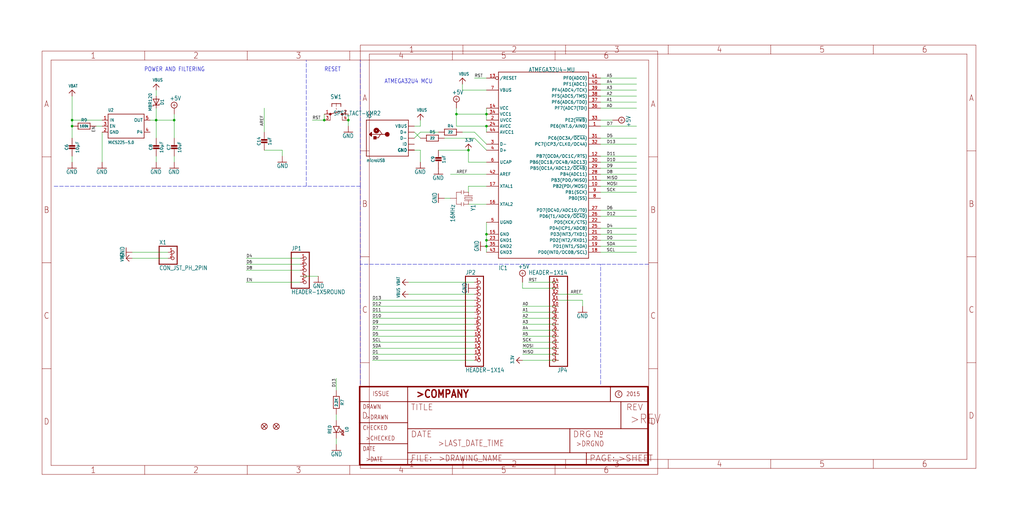
<source format=kicad_sch>
(kicad_sch (version 20211123) (generator eeschema)
  (paper "User" 433.07 220.421)
  (lib_symbols
    (symbol "schematicEagle-eagle-import:+5V" (power)
      (property "Value" "+5V" (at -1.905 3.175 0))
      (symbol "+5V_1_0"
        (pin power_in line (at 0 -2.54 90) (length 2.54) (name "+5V") (number "1"))
      )
    )
    (symbol "schematicEagle-eagle-import:3.3V" (power)
      (property "Value" "3.3V" (at -1.524 1.016 0))
      (symbol "3.3V_1_0"
        (pin power_in line (at 0 -2.54 90) (length 2.54) (name "3.3V") (number "1"))
      )
    )
    (symbol "schematicEagle-eagle-import:ATMEGA32U4-MU"
      (property "Reference" "IC" (at -17.78 -38.1 0))
      (property "Value" "ATMEGA32U4-MU" (at -5.08 45.72 0))
      (symbol "ATMEGA32U4-MU_1_0"
        (pin bidirectional line (at 25.4 22.86 180) (length 5.08) (name "PE6(INT.6/AIN0)") (number "1"))
        (pin bidirectional line (at 25.4 -2.54 180) (length 5.08) (name "PB2(PDI/MOSI)") (number "10"))
        (pin bidirectional line (at 25.4 0 180) (length 5.08) (name "PB3(PDO/MISO)") (number "11"))
        (pin bidirectional line (at 25.4 10.16 180) (length 5.08) (name "PB7(OC0A/OC1C/RTS)") (number "12"))
        (pin bidirectional inverted (at -22.86 43.18 0) (length 5.08) (name "/RESET") (number "13"))
        (pin bidirectional line (at -22.86 30.48 0) (length 5.08) (name "VCC") (number "14"))
        (pin bidirectional line (at -22.86 -22.86 0) (length 5.08) (name "GND") (number "15"))
        (pin bidirectional line (at -22.86 -10.16 0) (length 5.08) (name "XTAL2") (number "16"))
        (pin bidirectional line (at -22.86 -2.54 0) (length 5.08) (name "XTAL1") (number "17"))
        (pin bidirectional line (at 25.4 -30.48 180) (length 5.08) (name "PD0(INT0/OC0B/SCL)") (number "18"))
        (pin bidirectional line (at 25.4 -27.94 180) (length 5.08) (name "PD1(INT1/SDA)") (number "19"))
        (pin bidirectional line (at -22.86 25.4 0) (length 5.08) (name "UVCC") (number "2"))
        (pin bidirectional line (at 25.4 -25.4 180) (length 5.08) (name "PD2(INT2/RXD1)") (number "20"))
        (pin bidirectional line (at 25.4 -22.86 180) (length 5.08) (name "PD3(INT3/TXD1)") (number "21"))
        (pin bidirectional line (at 25.4 -17.78 180) (length 5.08) (name "PD5(XCK/CTS)") (number "22"))
        (pin bidirectional line (at -22.86 -25.4 0) (length 5.08) (name "GND1") (number "23"))
        (pin bidirectional line (at -22.86 22.86 0) (length 5.08) (name "AVCC") (number "24"))
        (pin bidirectional line (at 25.4 -20.32 180) (length 5.08) (name "PD4(ICP1/ADC8)") (number "25"))
        (pin bidirectional line (at 25.4 -15.24 180) (length 5.08) (name "PD6(T1/ADC9/~{OC4D})") (number "26"))
        (pin bidirectional line (at 25.4 -12.7 180) (length 5.08) (name "PD7(OC4D/ADC10/T0)") (number "27"))
        (pin bidirectional line (at 25.4 2.54 180) (length 5.08) (name "PB4(ADC11)") (number "28"))
        (pin bidirectional line (at 25.4 5.08 180) (length 5.08) (name "PB5(OC1A/ADC12/~{OC4B})") (number "29"))
        (pin bidirectional line (at -22.86 15.24 0) (length 5.08) (name "D-") (number "3"))
        (pin bidirectional line (at 25.4 7.62 180) (length 5.08) (name "PB6(OC1B/OC4B/ADC13)") (number "30"))
        (pin bidirectional line (at 25.4 17.78 180) (length 5.08) (name "PC6(OC3A/~{OC4A})") (number "31"))
        (pin bidirectional line (at 25.4 15.24 180) (length 5.08) (name "PC7(ICP3/CLK0/OC4A)") (number "32"))
        (pin bidirectional line (at 25.4 25.4 180) (length 5.08) (name "PE2(~{HWB})") (number "33"))
        (pin bidirectional line (at -22.86 27.94 0) (length 5.08) (name "VCC1") (number "34"))
        (pin bidirectional line (at -22.86 -27.94 0) (length 5.08) (name "GND2") (number "35"))
        (pin bidirectional line (at 25.4 30.48 180) (length 5.08) (name "PF7(ADC7(TDI)") (number "36"))
        (pin bidirectional line (at 25.4 33.02 180) (length 5.08) (name "PF6(ADC6/TDO)") (number "37"))
        (pin bidirectional line (at 25.4 35.56 180) (length 5.08) (name "PF5(ADC5/TMS)") (number "38"))
        (pin bidirectional line (at 25.4 38.1 180) (length 5.08) (name "PF4(ADC4/TCK)") (number "39"))
        (pin bidirectional line (at -22.86 12.7 0) (length 5.08) (name "D+") (number "4"))
        (pin bidirectional line (at 25.4 40.64 180) (length 5.08) (name "PF1(ADC1)") (number "40"))
        (pin bidirectional line (at 25.4 43.18 180) (length 5.08) (name "PF0(ADC0)") (number "41"))
        (pin bidirectional line (at -22.86 2.54 0) (length 5.08) (name "AREF") (number "42"))
        (pin bidirectional line (at -22.86 -30.48 0) (length 5.08) (name "GND3") (number "43"))
        (pin bidirectional line (at -22.86 20.32 0) (length 5.08) (name "AVCC1") (number "44"))
        (pin bidirectional line (at -22.86 -17.78 0) (length 5.08) (name "UGND") (number "5"))
        (pin bidirectional line (at -22.86 7.62 0) (length 5.08) (name "UCAP") (number "6"))
        (pin bidirectional line (at -22.86 38.1 0) (length 5.08) (name "VBUS") (number "7"))
        (pin bidirectional line (at 25.4 -7.62 180) (length 5.08) (name "PB0(SS)") (number "8"))
        (pin bidirectional line (at 25.4 -5.08 180) (length 5.08) (name "PB1(SCK)") (number "9"))
      )
    )
    (symbol "schematicEagle-eagle-import:CAP_CERAMIC0603_NO"
      (property "Reference" "C" (at -2.29 1.25 90))
      (property "Value" "CAP_CERAMIC0603_NO" (at 2.3 1.25 90))
      (symbol "CAP_CERAMIC0603_NO_1_0"
        (pin passive line (at 0 5.08 270) (length 2.54) (name "1") (number "1"))
        (pin passive line (at 0 -2.54 90) (length 2.54) (name "2") (number "2"))
      )
    )
    (symbol "schematicEagle-eagle-import:CAP_CERAMIC0805-NOOUTLINE"
      (property "Reference" "C" (at -2.29 1.25 90))
      (property "Value" "CAP_CERAMIC0805-NOOUTLINE" (at 2.3 1.25 90))
      (symbol "CAP_CERAMIC0805-NOOUTLINE_1_0"
        (pin passive line (at 0 5.08 270) (length 2.54) (name "1") (number "1"))
        (pin passive line (at 0 -2.54 90) (length 2.54) (name "2") (number "2"))
      )
    )
    (symbol "schematicEagle-eagle-import:CON_JST_PH_2PIN"
      (property "Reference" "X" (at -6.35 5.715 0))
      (property "Value" "CON_JST_PH_2PIN" (at -6.35 -5.08 0))
      (symbol "CON_JST_PH_2PIN_1_0"
        (pin passive inverted (at -2.54 2.54 0) (length 2.54) (name "1") (number "1"))
        (pin passive inverted (at -2.54 0 0) (length 2.54) (name "2") (number "2"))
      )
    )
    (symbol "schematicEagle-eagle-import:DIODE-SCHOTTKYSOD-123"
      (property "Reference" "D" (at 0 2.54 0))
      (property "Value" "DIODE-SCHOTTKYSOD-123" (at 0 -2.5 0))
      (symbol "DIODE-SCHOTTKYSOD-123_1_0"
        (pin passive line (at -2.54 0 0) (length 2.54) (name "A") (number "A"))
        (pin passive line (at 2.54 0 180) (length 2.54) (name "C") (number "C"))
      )
    )
    (symbol "schematicEagle-eagle-import:FIDUCIAL{dblquote}{dblquote}")
    (symbol "schematicEagle-eagle-import:FRAME_A4"
      (symbol "FRAME_A4_0_0"
        (text "1" (at 21.6958 1.905 0) (effects (font (size 2.54 2.286))))
        (text "1" (at 21.6958 177.165 0) (effects (font (size 2.54 2.286))))
        (text "2" (at 65.0875 1.905 0) (effects (font (size 2.54 2.286))))
        (text "2" (at 65.0875 177.165 0) (effects (font (size 2.54 2.286))))
        (text "3" (at 108.4792 1.905 0) (effects (font (size 2.54 2.286))))
        (text "3" (at 108.4792 177.165 0) (effects (font (size 2.54 2.286))))
        (text "4" (at 151.8708 1.905 0) (effects (font (size 2.54 2.286))))
        (text "4" (at 151.8708 177.165 0) (effects (font (size 2.54 2.286))))
        (text "5" (at 195.2625 1.905 0) (effects (font (size 2.54 2.286))))
        (text "5" (at 195.2625 177.165 0) (effects (font (size 2.54 2.286))))
        (text "6" (at 238.6542 1.905 0) (effects (font (size 2.54 2.286))))
        (text "6" (at 238.6542 177.165 0) (effects (font (size 2.54 2.286))))
        (text "A" (at 1.905 156.6863 0) (effects (font (size 2.54 2.286))))
        (text "A" (at 258.445 156.6863 0) (effects (font (size 2.54 2.286))))
        (text "B" (at 1.905 111.9188 0) (effects (font (size 2.54 2.286))))
        (text "B" (at 258.445 111.9188 0) (effects (font (size 2.54 2.286))))
        (text "C" (at 1.905 67.1513 0) (effects (font (size 2.54 2.286))))
        (text "C" (at 258.445 67.1513 0) (effects (font (size 2.54 2.286))))
        (text "D" (at 1.905 22.3838 0) (effects (font (size 2.54 2.286))))
        (text "D" (at 258.445 22.3838 0) (effects (font (size 2.54 2.286))))
      )
      (symbol "FRAME_A4_2_0"
        (text "2015" (at 112.4077 30.4673 0) (effects (font (size 1.778 1.5113)) (justify left bottom)))
        (text ">CHECKED" (at 2.2352 11.7348 0) (effects (font (size 1.778 1.5113)) (justify left bottom)))
        (text ">COMPANY" (at 23.349 29.6735 0) (effects (font (size 3.175 2.6987) (thickness 0.5397) bold) (justify left bottom)))
        (text ">DATE" (at 2.2352 2.8448 0) (effects (font (size 1.778 1.5113)) (justify left bottom)))
        (text ">DRAWING_NAME" (at 33.0327 2.8448 0) (effects (font (size 2.54 2.159)) (justify left bottom)))
        (text ">DRAWN" (at 2.2352 20.6248 0) (effects (font (size 1.778 1.5113)) (justify left bottom)))
        (text ">DRGNO" (at 91.1352 9.1948 0) (effects (font (size 2.1844 1.8567)) (justify left bottom)))
        (text ">LAST_DATE_TIME" (at 32.7152 9.1948 0) (effects (font (size 2.54 2.159)) (justify left bottom)))
        (text ">REV" (at 113.9952 18.7198 0) (effects (font (size 3.81 3.2385)) (justify left bottom)))
        (text ">SHEET" (at 108.9152 2.8448 0) (effects (font (size 2.54 2.54)) (justify left bottom)))
        (text "C" (at 108.7564 30.7848 0) (effects (font (size 1.27 1.0795)) (justify left bottom)))
        (text "CHECKED" (at 0.9652 16.1798 0) (effects (font (size 1.778 1.5113)) (justify left bottom)))
        (text "DATE" (at 0.9652 7.2898 0) (effects (font (size 1.778 1.5113)) (justify left bottom)))
        (text "DATE" (at 21.2852 13.0048 0) (effects (font (size 2.54 2.54)) (justify left bottom)))
        (text "DRAWN" (at 0.9652 25.0698 0) (effects (font (size 1.778 1.5113)) (justify left bottom)))
        (text "DRG" (at 89.8652 13.0048 0) (effects (font (size 2.54 2.54)) (justify left bottom)))
        (text "FILE:" (at 21.2852 2.8448 0) (effects (font (size 2.54 2.54)) (justify left bottom)))
        (text "ISSUE" (at 5.0927 30.4673 0) (effects (font (size 1.9304 1.6408)) (justify left bottom)))
        (text "N" (at 98.4377 13.0048 0) (effects (font (size 2.54 2.54)) (justify left bottom)))
        (text "o" (at 100.9777 13.9573 0) (effects (font (size 2.1844 1.8567)) (justify left bottom)))
        (text "PAGE:" (at 96.8502 2.8448 0) (effects (font (size 2.54 2.54)) (justify left bottom)))
        (text "REV" (at 112.4077 24.4348 0) (effects (font (size 2.54 2.54)) (justify left bottom)))
        (text "TITLE" (at 21.2852 24.4348 0) (effects (font (size 2.54 2.54)) (justify left bottom)))
      )
    )
    (symbol "schematicEagle-eagle-import:GND" (power)
      (property "Value" "GND" (at -2.54 -2.54 0))
      (symbol "GND_1_0"
        (pin power_in line (at 0 2.54 270) (length 2.54) (name "GND") (number "1"))
      )
    )
    (symbol "schematicEagle-eagle-import:HEADER-1X14"
      (property "Reference" "JP" (at -6.35 20.955 0))
      (property "Value" "HEADER-1X14" (at -6.35 -20.32 0))
      (symbol "HEADER-1X14_1_0"
        (pin passive inverted (at -2.54 17.78 0) (length 2.54) (name "1") (number "1"))
        (pin passive inverted (at -2.54 -5.08 0) (length 2.54) (name "10") (number "10"))
        (pin passive inverted (at -2.54 -7.62 0) (length 2.54) (name "11") (number "11"))
        (pin passive inverted (at -2.54 -10.16 0) (length 2.54) (name "12") (number "12"))
        (pin passive inverted (at -2.54 -12.7 0) (length 2.54) (name "13") (number "13"))
        (pin passive inverted (at -2.54 -15.24 0) (length 2.54) (name "14") (number "14"))
        (pin passive inverted (at -2.54 15.24 0) (length 2.54) (name "2") (number "2"))
        (pin passive inverted (at -2.54 12.7 0) (length 2.54) (name "3") (number "3"))
        (pin passive inverted (at -2.54 10.16 0) (length 2.54) (name "4") (number "4"))
        (pin passive inverted (at -2.54 7.62 0) (length 2.54) (name "5") (number "5"))
        (pin passive inverted (at -2.54 5.08 0) (length 2.54) (name "6") (number "6"))
        (pin passive inverted (at -2.54 2.54 0) (length 2.54) (name "7") (number "7"))
        (pin passive inverted (at -2.54 0 0) (length 2.54) (name "8") (number "8"))
        (pin passive inverted (at -2.54 -2.54 0) (length 2.54) (name "9") (number "9"))
      )
    )
    (symbol "schematicEagle-eagle-import:HEADER-1X5ROUND"
      (property "Reference" "JP" (at -6.35 8.255 0))
      (property "Value" "HEADER-1X5ROUND" (at -6.35 -10.16 0))
      (symbol "HEADER-1X5ROUND_1_0"
        (pin passive inverted (at -2.54 5.08 0) (length 2.54) (name "1") (number "1"))
        (pin passive inverted (at -2.54 2.54 0) (length 2.54) (name "2") (number "2"))
        (pin passive inverted (at -2.54 0 0) (length 2.54) (name "3") (number "3"))
        (pin passive inverted (at -2.54 -2.54 0) (length 2.54) (name "4") (number "4"))
        (pin passive inverted (at -2.54 -5.08 0) (length 2.54) (name "5") (number "5"))
      )
    )
    (symbol "schematicEagle-eagle-import:LED0805_NOOUTLINE"
      (property "Reference" "D" (at -1.27 4.445 0))
      (property "Value" "LED0805_NOOUTLINE" (at -1.27 -2.794 0))
      (symbol "LED0805_NOOUTLINE_1_0"
        (pin passive line (at -5.08 0 0) (length 2.54) (name "A") (number "A"))
        (pin passive line (at 2.54 0 180) (length 2.54) (name "C") (number "C"))
      )
    )
    (symbol "schematicEagle-eagle-import:RESISTOR_0603_NOOUT"
      (property "Reference" "R" (at 0 2.54 0))
      (property "Value" "RESISTOR_0603_NOOUT" (at 0 0 0))
      (symbol "RESISTOR_0603_NOOUT_1_0"
        (pin passive line (at -5.08 0 0) (length 2.54) (name "1") (number "1"))
        (pin passive line (at 5.08 0 180) (length 2.54) (name "2") (number "2"))
      )
    )
    (symbol "schematicEagle-eagle-import:RESONATORSMD"
      (property "Reference" "Y" (at 2.54 1.016 0))
      (property "Value" "RESONATORSMD" (at 2.54 -7.62 0))
      (symbol "RESONATORSMD_1_0"
        (pin passive line (at -2.54 0 0) (length 0) (name "1") (number "1"))
        (pin passive line (at 0 -7.62 90) (length 0) (name "2") (number "2"))
        (pin passive line (at 2.54 0 180) (length 0) (name "3") (number "3"))
      )
    )
    (symbol "schematicEagle-eagle-import:SPST_TACT-KMR2"
      (property "Reference" "SW" (at -6.35 -2.54 90))
      (property "Value" "SPST_TACT-KMR2" (at -3.81 3.175 90))
      (symbol "SPST_TACT-KMR2_1_0"
        (pin passive line (at 0 -5.08 90) (length 2.54) (name "P") (number "1"))
        (pin passive line (at 0 5.08 270) (length 2.54) (name "S") (number "2"))
        (pin passive line (at 2.54 -5.08 90) (length 2.54) (name "P1") (number "3"))
        (pin passive line (at 2.54 5.08 270) (length 2.54) (name "S1") (number "4"))
      )
    )
    (symbol "schematicEagle-eagle-import:USB_MICRO_20329_V2"
      (property "Reference" "X" (at -10.16 8.636 0))
      (property "Value" "USB_MICRO_20329_V2" (at -10.16 -10.16 0))
      (symbol "USB_MICRO_20329_V2_1_0"
        (pin power_in line (at 10.16 -5.08 180) (length 2.54) (name "GND") (number "BASE@1"))
        (pin power_in line (at 10.16 -5.08 180) (length 2.54) (name "GND") (number "BASE@2"))
        (pin bidirectional line (at 10.16 2.54 180) (length 2.54) (name "D+") (number "D+"))
        (pin bidirectional line (at 10.16 0 180) (length 2.54) (name "D-") (number "D-"))
        (pin power_in line (at 10.16 -5.08 180) (length 2.54) (name "GND") (number "GND"))
        (pin bidirectional line (at 10.16 -2.54 180) (length 2.54) (name "ID") (number "ID"))
        (pin power_in line (at 10.16 -5.08 180) (length 2.54) (name "GND") (number "SPRT@1"))
        (pin power_in line (at 10.16 -5.08 180) (length 2.54) (name "GND") (number "SPRT@2"))
        (pin power_in line (at 10.16 -5.08 180) (length 2.54) (name "GND") (number "SPRT@3"))
        (pin power_in line (at 10.16 -5.08 180) (length 2.54) (name "GND") (number "SPRT@4"))
        (pin power_in line (at 10.16 5.08 180) (length 2.54) (name "VBUS") (number "VBUS"))
      )
    )
    (symbol "schematicEagle-eagle-import:VBAT" (power)
      (property "Value" "VBAT" (at -1.524 1.016 0))
      (symbol "VBAT_1_0"
        (pin power_in line (at 0 -2.54 90) (length 2.54) (name "VBAT") (number "1"))
      )
    )
    (symbol "schematicEagle-eagle-import:VBUS" (power)
      (property "Value" "VBUS" (at -1.524 1.016 0))
      (symbol "VBUS_1_0"
        (pin power_in line (at 0 -2.54 90) (length 2.54) (name "VBUS") (number "1"))
      )
    )
    (symbol "schematicEagle-eagle-import:VREG_SOT23-5"
      (property "Reference" "U" (at -7.62 6.096 0))
      (property "Value" "VREG_SOT23-5" (at -7.62 -7.62 0))
      (symbol "VREG_SOT23-5_1_0"
        (pin power_in line (at -10.16 2.54 0) (length 2.54) (name "IN") (number "1"))
        (pin power_in line (at -10.16 -2.54 0) (length 2.54) (name "GND") (number "2"))
        (pin input line (at -10.16 0 0) (length 2.54) (name "EN") (number "3"))
        (pin bidirectional line (at 10.16 -2.54 180) (length 2.54) (name "P4") (number "4"))
        (pin power_in line (at 10.16 2.54 180) (length 2.54) (name "OUT") (number "5"))
      )
    )
  )
  (junction (at 205.74 53.34))
  (junction (at 147.32 50.8))
  (junction (at 205.74 104.14))
  (junction (at 205.74 101.6))
  (junction (at 30.48 53.34))
  (junction (at 66.04 50.8))
  (junction (at 73.66 50.8))
  (junction (at 193.04 48.26))
  (junction (at 137.16 50.8))
  (junction (at 198.12 63.5))
  (junction (at 205.74 99.06))
  (junction (at 205.74 48.26))
  (junction (at 30.48 50.8))
  (wire (pts (xy 200.66 152.4) (xy 157.48 152.4)))
  (wire (pts (xy 205.74 99.06) (xy 205.74 101.6)))
  (wire (pts (xy 254 58.42) (xy 269.24 58.42)))
  (wire (pts (xy 246.38 127) (xy 246.38 129.54)))
  (wire (pts (xy 236.22 127) (xy 246.38 127)))
  (wire (pts (xy 193.04 48.26) (xy 193.04 45.72)))
  (wire (pts (xy 66.04 45.72) (xy 66.04 50.8)))
  (wire (pts (xy 220.98 121.92) (xy 236.22 121.92)))
  (polyline (pts (xy 152.4 111.76) (xy 152.4 78.74)))
  (wire (pts (xy 30.48 53.34) (xy 30.48 58.42)))
  (wire (pts (xy 254 50.8) (xy 259.08 50.8)))
  (wire (pts (xy 157.48 142.24) (xy 200.66 142.24)))
  (wire (pts (xy 205.74 48.26) (xy 205.74 45.72)))
  (wire (pts (xy 175.26 55.88) (xy 177.8 58.42)))
  (wire (pts (xy 190.5 73.66) (xy 205.74 73.66)))
  (wire (pts (xy 66.04 58.42) (xy 66.04 50.8)))
  (wire (pts (xy 157.48 129.54) (xy 200.66 129.54)))
  (wire (pts (xy 254 33.02) (xy 269.24 33.02)))
  (wire (pts (xy 205.74 38.1) (xy 195.58 38.1)))
  (wire (pts (xy 63.5 50.8) (xy 66.04 50.8)))
  (wire (pts (xy 172.72 119.38) (xy 200.66 119.38)))
  (wire (pts (xy 236.22 124.46) (xy 246.38 124.46)))
  (wire (pts (xy 254 53.34) (xy 269.24 53.34)))
  (wire (pts (xy 205.74 104.14) (xy 205.74 106.68)))
  (polyline (pts (xy 254 111.76) (xy 152.4 111.76)))
  (wire (pts (xy 147.32 48.26) (xy 147.32 50.8)))
  (wire (pts (xy 30.48 66.04) (xy 30.48 68.58)))
  (wire (pts (xy 254 96.52) (xy 269.24 96.52)))
  (wire (pts (xy 198.12 86.36) (xy 205.74 86.36)))
  (wire (pts (xy 142.24 165.1) (xy 142.24 160.02)))
  (wire (pts (xy 254 78.74) (xy 269.24 78.74)))
  (wire (pts (xy 175.26 58.42) (xy 177.8 55.88)))
  (wire (pts (xy 73.66 66.04) (xy 73.66 68.58)))
  (wire (pts (xy 55.88 109.22) (xy 71.12 109.22)))
  (wire (pts (xy 205.74 48.26) (xy 205.74 50.8)))
  (wire (pts (xy 71.12 106.68) (xy 55.88 106.68)))
  (wire (pts (xy 30.48 50.8) (xy 30.48 40.64)))
  (wire (pts (xy 157.48 147.32) (xy 200.66 147.32)))
  (wire (pts (xy 254 66.04) (xy 269.24 66.04)))
  (wire (pts (xy 236.22 144.78) (xy 220.98 144.78)))
  (wire (pts (xy 200.66 58.42) (xy 205.74 63.5)))
  (wire (pts (xy 198.12 78.74) (xy 198.12 81.28)))
  (wire (pts (xy 220.98 132.08) (xy 236.22 132.08)))
  (wire (pts (xy 220.98 149.86) (xy 236.22 149.86)))
  (wire (pts (xy 220.98 142.24) (xy 236.22 142.24)))
  (wire (pts (xy 254 71.12) (xy 269.24 71.12)))
  (wire (pts (xy 147.32 53.34) (xy 147.32 50.8)))
  (polyline (pts (xy 129.54 78.74) (xy 129.54 25.4)))
  (wire (pts (xy 134.62 116.84) (xy 127 116.84)))
  (wire (pts (xy 157.48 149.86) (xy 200.66 149.86)))
  (wire (pts (xy 142.24 175.26) (xy 142.24 177.8)))
  (wire (pts (xy 200.66 127) (xy 157.48 127)))
  (wire (pts (xy 127 114.3) (xy 104.14 114.3)))
  (polyline (pts (xy 152.4 78.74) (xy 129.54 78.74)))
  (wire (pts (xy 254 45.72) (xy 269.24 45.72)))
  (wire (pts (xy 127 109.22) (xy 104.14 109.22)))
  (wire (pts (xy 119.38 63.5) (xy 119.38 66.04)))
  (wire (pts (xy 254 68.58) (xy 269.24 68.58)))
  (wire (pts (xy 205.74 101.6) (xy 205.74 104.14)))
  (wire (pts (xy 43.18 50.8) (xy 30.48 50.8)))
  (wire (pts (xy 205.74 68.58) (xy 198.12 68.58)))
  (wire (pts (xy 236.22 134.62) (xy 220.98 134.62)))
  (wire (pts (xy 195.58 38.1) (xy 195.58 35.56)))
  (wire (pts (xy 254 35.56) (xy 269.24 35.56)))
  (wire (pts (xy 195.58 55.88) (xy 200.66 55.88)))
  (wire (pts (xy 254 43.18) (xy 269.24 43.18)))
  (wire (pts (xy 66.04 50.8) (xy 73.66 50.8)))
  (polyline (pts (xy 22.86 78.74) (xy 129.54 78.74)))
  (wire (pts (xy 254 81.28) (xy 269.24 81.28)))
  (wire (pts (xy 187.96 83.82) (xy 190.5 83.82)))
  (wire (pts (xy 254 40.64) (xy 269.24 40.64)))
  (wire (pts (xy 200.66 55.88) (xy 205.74 60.96)))
  (wire (pts (xy 220.98 119.38) (xy 220.98 121.92)))
  (wire (pts (xy 236.22 139.7) (xy 220.98 139.7)))
  (polyline (pts (xy 152.4 162.56) (xy 152.4 111.76)))
  (wire (pts (xy 198.12 63.5) (xy 185.42 63.5)))
  (wire (pts (xy 254 60.96) (xy 269.24 60.96)))
  (wire (pts (xy 127 119.38) (xy 104.14 119.38)))
  (wire (pts (xy 66.04 66.04) (xy 66.04 68.58)))
  (wire (pts (xy 236.22 147.32) (xy 220.98 147.32)))
  (wire (pts (xy 111.76 55.88) (xy 111.76 45.72)))
  (wire (pts (xy 157.48 139.7) (xy 200.66 139.7)))
  (polyline (pts (xy 152.4 78.74) (xy 152.4 25.4)))
  (wire (pts (xy 142.24 185.42) (xy 142.24 187.96)))
  (wire (pts (xy 254 88.9) (xy 269.24 88.9)))
  (wire (pts (xy 200.66 144.78) (xy 157.48 144.78)))
  (wire (pts (xy 254 76.2) (xy 269.24 76.2)))
  (wire (pts (xy 193.04 48.26) (xy 205.74 48.26)))
  (wire (pts (xy 43.18 55.88) (xy 43.18 68.58)))
  (wire (pts (xy 254 91.44) (xy 269.24 91.44)))
  (wire (pts (xy 236.22 129.54) (xy 220.98 129.54)))
  (wire (pts (xy 205.74 53.34) (xy 193.04 53.34)))
  (wire (pts (xy 254 99.06) (xy 269.24 99.06)))
  (wire (pts (xy 254 104.14) (xy 269.24 104.14)))
  (wire (pts (xy 132.08 50.8) (xy 137.16 50.8)))
  (wire (pts (xy 73.66 50.8) (xy 73.66 48.26)))
  (wire (pts (xy 236.22 152.4) (xy 220.98 152.4)))
  (wire (pts (xy 137.16 50.8) (xy 137.16 48.26)))
  (wire (pts (xy 177.8 63.5) (xy 177.8 68.58)))
  (wire (pts (xy 236.22 119.38) (xy 223.52 119.38)))
  (wire (pts (xy 193.04 53.34) (xy 193.04 48.26)))
  (wire (pts (xy 157.48 134.62) (xy 200.66 134.62)))
  (wire (pts (xy 254 73.66) (xy 269.24 73.66)))
  (wire (pts (xy 205.74 55.88) (xy 205.74 53.34)))
  (wire (pts (xy 205.74 93.98) (xy 205.74 99.06)))
  (wire (pts (xy 269.24 101.6) (xy 254 101.6)))
  (polyline (pts (xy 254 162.56) (xy 254 111.76)))
  (wire (pts (xy 119.38 63.5) (xy 111.76 63.5)))
  (wire (pts (xy 220.98 137.16) (xy 236.22 137.16)))
  (wire (pts (xy 205.74 33.02) (xy 200.66 33.02)))
  (wire (pts (xy 66.04 38.1) (xy 66.04 40.64)))
  (wire (pts (xy 254 38.1) (xy 269.24 38.1)))
  (wire (pts (xy 175.26 53.34) (xy 177.8 53.34)))
  (polyline (pts (xy 274.32 111.76) (xy 254 111.76)))
  (wire (pts (xy 187.96 58.42) (xy 200.66 58.42)))
  (wire (pts (xy 198.12 78.74) (xy 205.74 78.74)))
  (wire (pts (xy 200.66 132.08) (xy 157.48 132.08)))
  (wire (pts (xy 200.66 137.16) (xy 157.48 137.16)))
  (wire (pts (xy 198.12 68.58) (xy 198.12 63.5)))
  (wire (pts (xy 30.48 50.8) (xy 30.48 53.34)))
  (wire (pts (xy 104.14 111.76) (xy 127 111.76)))
  (wire (pts (xy 177.8 55.88) (xy 185.42 55.88)))
  (wire (pts (xy 254 106.68) (xy 269.24 106.68)))
  (wire (pts (xy 40.64 53.34) (xy 43.18 53.34)))
  (wire (pts (xy 177.8 53.34) (xy 177.8 50.8)))
  (wire (pts (xy 200.66 124.46) (xy 172.72 124.46)))
  (wire (pts (xy 73.66 50.8) (xy 73.66 58.42)))
  (wire (pts (xy 175.26 63.5) (xy 177.8 63.5)))
  (text "RESET" (at 137.16 30.48 180) (effects (font (size 1.778 1.5113)) (justify left bottom)))
  (text "POWER AND FILTERING" (at 60.96 30.48 180) (effects (font (size 1.778 1.5113)) (justify left bottom)))
  (text "ATMEGA32U4 MCU" (at 162.56 35.56 180) (effects (font (size 1.778 1.5113)) (justify left bottom)))
  (label "RST" (at 132.08 50.8 0) (effects (font (size 1.2446 1.2446))))
  (label "D9" (at 157.48 137.16 0) (effects (font (size 1.2446 1.2446))))
  (label "A5" (at 220.98 142.24 0) (effects (font (size 1.2446 1.2446))))
  (label "A0" (at 220.98 129.54 0) (effects (font (size 1.2446 1.2446))))
  (label "D12" (at 157.48 129.54 0) (effects (font (size 1.2446 1.2446))))
  (label "A5" (at 256.54 33.02 0) (effects (font (size 1.2446 1.2446))))
  (label "SCK" (at 220.98 144.78 0) (effects (font (size 1.2446 1.2446))))
  (label "A4" (at 220.98 139.7 0) (effects (font (size 1.2446 1.2446))))
  (label "D4" (at 256.54 96.52 0) (effects (font (size 1.2446 1.2446))))
  (label "D13" (at 256.54 60.96 0) (effects (font (size 1.2446 1.2446))))
  (label "MOSI" (at 220.98 147.32 0) (effects (font (size 1.2446 1.2446))))
  (label "D1" (at 256.54 99.06 0) (effects (font (size 1.2446 1.2446))))
  (label "A1" (at 256.54 43.18 0) (effects (font (size 1.2446 1.2446))))
  (label "EN" (at 104.14 119.38 0) (effects (font (size 1.2446 1.2446))))
  (label "MISO" (at 256.54 76.2 0) (effects (font (size 1.2446 1.2446))))
  (label "A3" (at 220.98 137.16 0) (effects (font (size 1.2446 1.2446))))
  (label "MISO" (at 220.98 149.86 0) (effects (font (size 1.2446 1.2446))))
  (label "D0" (at 256.54 101.6 0) (effects (font (size 1.2446 1.2446))))
  (label "D12" (at 256.54 91.44 0) (effects (font (size 1.2446 1.2446))))
  (label "A4" (at 256.54 35.56 0) (effects (font (size 1.2446 1.2446))))
  (label "D13" (at 142.24 160.02 270) (effects (font (size 1.2446 1.2446))))
  (label "D0" (at 157.48 152.4 0) (effects (font (size 1.2446 1.2446))))
  (label "D10" (at 256.54 68.58 0) (effects (font (size 1.2446 1.2446))))
  (label "D5" (at 256.54 58.42 0) (effects (font (size 1.2446 1.2446))))
  (label "SCK" (at 256.54 81.28 0) (effects (font (size 1.2446 1.2446))))
  (label "MOSI" (at 256.54 78.74 0) (effects (font (size 1.2446 1.2446))))
  (label "RST" (at 223.52 119.38 0) (effects (font (size 1.2446 1.2446))))
  (label "D11" (at 256.54 66.04 0) (effects (font (size 1.2446 1.2446))))
  (label "D4" (at 104.14 109.22 0) (effects (font (size 1.2446 1.2446))))
  (label "EN" (at 40.64 53.34 270) (effects (font (size 1.2446 1.2446))))
  (label "SDA" (at 256.54 104.14 0) (effects (font (size 1.2446 1.2446))))
  (label "A2" (at 220.98 134.62 0) (effects (font (size 1.2446 1.2446))))
  (label "D1" (at 157.48 149.86 0) (effects (font (size 1.2446 1.2446))))
  (label "AREF" (at 193.04 73.66 0) (effects (font (size 1.2446 1.2446))))
  (label "D7" (at 256.54 53.34 0) (effects (font (size 1.2446 1.2446))))
  (label "A2" (at 256.54 40.64 0) (effects (font (size 1.2446 1.2446))))
  (label "SCL" (at 157.48 144.78 0) (effects (font (size 1.2446 1.2446))))
  (label "SDA" (at 157.48 147.32 0) (effects (font (size 1.2446 1.2446))))
  (label "D5" (at 157.48 142.24 0) (effects (font (size 1.2446 1.2446))))
  (label "D13" (at 157.48 127 0) (effects (font (size 1.2446 1.2446))))
  (label "D6" (at 256.54 88.9 0) (effects (font (size 1.2446 1.2446))))
  (label "D11" (at 157.48 132.08 0) (effects (font (size 1.2446 1.2446))))
  (label "RST" (at 200.66 33.02 0) (effects (font (size 1.2446 1.2446))))
  (label "A3" (at 256.54 38.1 0) (effects (font (size 1.2446 1.2446))))
  (label "A0" (at 256.54 45.72 0) (effects (font (size 1.2446 1.2446))))
  (label "SCL" (at 256.54 106.68 0) (effects (font (size 1.2446 1.2446))))
  (label "D10" (at 157.48 134.62 0) (effects (font (size 1.2446 1.2446))))
  (label "AREF" (at 241.3 124.46 0) (effects (font (size 1.2446 1.2446))))
  (label "D8" (at 104.14 114.3 0) (effects (font (size 1.2446 1.2446))))
  (label "D6" (at 104.14 111.76 0) (effects (font (size 1.2446 1.2446))))
  (label "AREF" (at 111.76 53.34 90) (effects (font (size 1.2446 1.2446))))
  (label "A1" (at 220.98 132.08 0) (effects (font (size 1.2446 1.2446))))
  (label "D9" (at 256.54 71.12 0) (effects (font (size 1.2446 1.2446))))
  (label "D7" (at 157.48 139.7 0) (effects (font (size 1.2446 1.2446))))
  (label "D8" (at 256.54 73.66 0) (effects (font (size 1.2446 1.2446))))
  (symbol (lib_id "schematicEagle-eagle-import:GND") (at 177.8 71.12 0) (unit 1)
    (property "Reference" "#GND1" (effects hide))
    (property "Value" "GND" (at 175.26 73.66 0) (effects (font (size 1.778 1.5113)) (justify left bottom)))
    (property "Footprint" "schematicEagle:" (effects hide))
  )
  (symbol (lib_id "schematicEagle-eagle-import:CAP_CERAMIC0603_NO") (at 111.76 60.96 0) (unit 1)
    (property "Reference" "C14" (at 109.47 59.71 90))
    (property "Value" "1uF" (at 114.06 59.71 90))
    (property "Footprint" "schematicEagle:0603-NO" (effects hide))
  )
  (symbol (lib_id "schematicEagle-eagle-import:VREG_SOT23-5") (at 53.34 53.34 0) (unit 1)
    (property "Reference" "U2" (at 45.72 47.244 0) (effects (font (size 1.27 1.0795)) (justify left bottom)))
    (property "Value" "MIC5225-5.0" (at 45.72 60.96 0) (effects (font (size 1.27 1.0795)) (justify left bottom)))
    (property "Footprint" "schematicEagle:SOT23-5" (effects hide))
  )
  (symbol (lib_id "schematicEagle-eagle-import:RESISTOR_0603_NOOUT") (at 182.88 58.42 0) (unit 1)
    (property "Reference" "R5" (at 182.88 55.88 0))
    (property "Value" "22" (at 182.88 58.42 0) (effects (font (size 1.016 1.016) bold)))
    (property "Footprint" "schematicEagle:0603-NO" (effects hide))
  )
  (symbol (lib_id "schematicEagle-eagle-import:VBUS") (at 177.8 48.26 0) (unit 1)
    (property "Reference" "#U$1" (effects hide))
    (property "Value" "VBUS" (at 176.276 47.244 0) (effects (font (size 1.27 1.0795)) (justify left bottom)))
    (property "Footprint" "schematicEagle:" (effects hide))
  )
  (symbol (lib_id "schematicEagle-eagle-import:LED0805_NOOUTLINE") (at 142.24 182.88 270) (unit 1)
    (property "Reference" "L0" (at 146.685 181.61 0))
    (property "Value" "RED" (at 139.446 181.61 0))
    (property "Footprint" "schematicEagle:CHIPLED_0805_NOOUTLINE" (effects hide))
  )
  (symbol (lib_id "schematicEagle-eagle-import:GND") (at 119.38 68.58 0) (mirror y) (unit 1)
    (property "Reference" "#GND12" (effects hide))
    (property "Value" "GND" (at 121.92 71.12 0) (effects (font (size 1.778 1.5113)) (justify left bottom)))
    (property "Footprint" "schematicEagle:" (effects hide))
  )
  (symbol (lib_id "schematicEagle-eagle-import:FRAME_A4") (at 17.78 200.66 0) (unit 1)
    (property "Reference" "#FRAME1" (effects hide))
    (property "Value" "FRAME_A4" (effects hide))
    (property "Footprint" "schematicEagle:" (effects hide))
  )
  (symbol (lib_id "schematicEagle-eagle-import:GND") (at 203.2 104.14 270) (unit 1)
    (property "Reference" "#GND2" (effects hide))
    (property "Value" "GND" (at 200.66 101.6 0) (effects (font (size 1.778 1.5113)) (justify left bottom)))
    (property "Footprint" "schematicEagle:" (effects hide))
  )
  (symbol (lib_id "schematicEagle-eagle-import:CON_JST_PH_2PIN") (at 73.66 109.22 0) (unit 1)
    (property "Reference" "X1" (at 67.31 103.505 0) (effects (font (size 1.778 1.5113)) (justify left bottom)))
    (property "Value" "CON_JST_PH_2PIN" (at 67.31 114.3 0) (effects (font (size 1.778 1.5113)) (justify left bottom)))
    (property "Footprint" "schematicEagle:JSTPH2" (effects hide))
  )
  (symbol (lib_id "schematicEagle-eagle-import:GND") (at 185.42 83.82 270) (unit 1)
    (property "Reference" "#GND6" (effects hide))
    (property "Value" "GND" (at 182.88 81.28 0) (effects (font (size 1.778 1.5113)) (justify left bottom)))
    (property "Footprint" "schematicEagle:" (effects hide))
  )
  (symbol (lib_id "schematicEagle-eagle-import:VBAT") (at 170.18 119.38 90) (unit 1)
    (property "Reference" "#U$20" (effects hide))
    (property "Value" "VBAT" (at 169.164 120.904 0) (effects (font (size 1.27 1.0795)) (justify left bottom)))
    (property "Footprint" "schematicEagle:" (effects hide))
  )
  (symbol (lib_id "schematicEagle-eagle-import:CAP_CERAMIC0603_NO") (at 185.42 68.58 0) (unit 1)
    (property "Reference" "C9" (at 183.13 67.33 90))
    (property "Value" "1uF" (at 187.72 67.33 90))
    (property "Footprint" "schematicEagle:0603-NO" (effects hide))
  )
  (symbol (lib_id "schematicEagle-eagle-import:GND") (at 66.04 71.12 0) (unit 1)
    (property "Reference" "#U$29" (effects hide))
    (property "Value" "GND" (at 63.5 73.66 0) (effects (font (size 1.778 1.5113)) (justify left bottom)))
    (property "Footprint" "schematicEagle:" (effects hide))
  )
  (symbol (lib_id "schematicEagle-eagle-import:VBUS") (at 66.04 35.56 0) (unit 1)
    (property "Reference" "#U$3" (effects hide))
    (property "Value" "VBUS" (at 64.516 34.544 0) (effects (font (size 1.27 1.0795)) (justify left bottom)))
    (property "Footprint" "schematicEagle:" (effects hide))
  )
  (symbol (lib_id "schematicEagle-eagle-import:VBAT") (at 53.34 109.22 90) (unit 1)
    (property "Reference" "#U$9" (effects hide))
    (property "Value" "VBAT" (at 52.324 110.744 0) (effects (font (size 1.27 1.0795)) (justify left bottom)))
    (property "Footprint" "schematicEagle:" (effects hide))
  )
  (symbol (lib_id "schematicEagle-eagle-import:3.3V") (at 218.44 152.4 90) (unit 1)
    (property "Reference" "#U$5" (effects hide))
    (property "Value" "3.3V" (at 217.424 153.924 0) (effects (font (size 1.27 1.0795)) (justify left bottom)))
    (property "Footprint" "schematicEagle:" (effects hide))
  )
  (symbol (lib_id "schematicEagle-eagle-import:ATMEGA32U4-MU") (at 228.6 76.2 0) (unit 1)
    (property "Reference" "IC1" (at 210.82 114.3 0) (effects (font (size 1.778 1.5113)) (justify left bottom)))
    (property "Value" "ATMEGA32U4-MU" (at 223.52 30.48 0) (effects (font (size 1.778 1.5113)) (justify left bottom)))
    (property "Footprint" "schematicEagle:TQFN44_7MM" (effects hide))
  )
  (symbol (lib_id "schematicEagle-eagle-import:+5V") (at 220.98 116.84 0) (unit 1)
    (property "Reference" "#SUPPLY3" (effects hide))
    (property "Value" "+5V" (at 219.075 113.665 0) (effects (font (size 1.778 1.5113)) (justify left bottom)))
    (property "Footprint" "schematicEagle:" (effects hide))
  )
  (symbol (lib_id "schematicEagle-eagle-import:3.3V") (at 198.12 60.96 0) (unit 1)
    (property "Reference" "#U$2" (effects hide))
    (property "Value" "3.3V" (at 196.596 59.944 0) (effects (font (size 1.27 1.0795)) (justify left bottom)))
    (property "Footprint" "schematicEagle:" (effects hide))
  )
  (symbol (lib_id "schematicEagle-eagle-import:VBUS") (at 195.58 33.02 0) (unit 1)
    (property "Reference" "#U$8" (effects hide))
    (property "Value" "VBUS" (at 194.056 32.004 0) (effects (font (size 1.27 1.0795)) (justify left bottom)))
    (property "Footprint" "schematicEagle:" (effects hide))
  )
  (symbol (lib_id "schematicEagle-eagle-import:RESONATORSMD") (at 198.12 83.82 270) (unit 1)
    (property "Reference" "Y1" (at 199.136 86.36 0) (effects (font (size 1.778 1.5113)) (justify left bottom)))
    (property "Value" "16MHz" (at 190.5 86.36 0) (effects (font (size 1.778 1.5113)) (justify left bottom)))
    (property "Footprint" "schematicEagle:RESONATOR-SMD" (effects hide))
  )
  (symbol (lib_id "schematicEagle-eagle-import:CAP_CERAMIC0805-NOOUTLINE") (at 66.04 63.5 0) (unit 1)
    (property "Reference" "C8" (at 63.75 62.25 90))
    (property "Value" "10µF" (at 68.34 62.25 90))
    (property "Footprint" "schematicEagle:0805-NO" (effects hide))
  )
  (symbol (lib_id "schematicEagle-eagle-import:GND") (at 53.34 106.68 270) (unit 1)
    (property "Reference" "#U$6" (effects hide))
    (property "Value" "GND" (at 50.8 104.14 0) (effects (font (size 1.778 1.5113)) (justify left bottom)))
    (property "Footprint" "schematicEagle:" (effects hide))
  )
  (symbol (lib_id "schematicEagle-eagle-import:SPST_TACT-KMR2") (at 142.24 48.26 270) (unit 1)
    (property "Reference" "SW1" (at 139.7 41.91 90) (effects (font (size 1.778 1.5113)) (justify left bottom)))
    (property "Value" "SPST_TACT-KMR2" (at 140.97 48.895 90) (effects (font (size 1.778 1.5113)) (justify left bottom)))
    (property "Footprint" "schematicEagle:KMR2" (effects hide))
  )
  (symbol (lib_id "schematicEagle-eagle-import:+5V") (at 73.66 45.72 0) (unit 1)
    (property "Reference" "#SUPPLY1" (effects hide))
    (property "Value" "+5V" (at 71.755 42.545 0) (effects (font (size 1.778 1.5113)) (justify left bottom)))
    (property "Footprint" "schematicEagle:" (effects hide))
  )
  (symbol (lib_id "schematicEagle-eagle-import:VBAT") (at 30.48 38.1 0) (unit 1)
    (property "Reference" "#U$21" (effects hide))
    (property "Value" "VBAT" (at 28.956 37.084 0) (effects (font (size 1.27 1.0795)) (justify left bottom)))
    (property "Footprint" "schematicEagle:" (effects hide))
  )
  (symbol (lib_id "schematicEagle-eagle-import:FRAME_A4") (at 152.4 198.12 0) (unit 2)
    (property "Reference" "#FRAME1" (effects hide))
    (property "Value" "FRAME_A4" (effects hide))
    (property "Footprint" "schematicEagle:" (effects hide))
  )
  (symbol (lib_id "schematicEagle-eagle-import:HEADER-1X5ROUND") (at 129.54 114.3 0) (unit 1)
    (property "Reference" "JP1" (at 123.19 106.045 0) (effects (font (size 1.778 1.5113)) (justify left bottom)))
    (property "Value" "HEADER-1X5ROUND" (at 123.19 124.46 0) (effects (font (size 1.778 1.5113)) (justify left bottom)))
    (property "Footprint" "schematicEagle:1X05_ROUND" (effects hide))
  )
  (symbol (lib_id "schematicEagle-eagle-import:FIDUCIAL{dblquote}{dblquote}") (at 116.84 180.34 0) (unit 1)
    (property "Reference" "U$34" (effects hide))
    (property "Value" "FIDUCIAL{dblquote}{dblquote}" (effects hide))
    (property "Footprint" "schematicEagle:FIDUCIAL_1MM" (effects hide))
  )
  (symbol (lib_id "schematicEagle-eagle-import:RESISTOR_0603_NOOUT") (at 142.24 170.18 270) (unit 1)
    (property "Reference" "R7" (at 144.78 170.18 0))
    (property "Value" "2.2K" (at 142.24 170.18 0) (effects (font (size 1.016 1.016) bold)))
    (property "Footprint" "schematicEagle:0603-NO" (effects hide))
  )
  (symbol (lib_id "schematicEagle-eagle-import:CAP_CERAMIC0805-NOOUTLINE") (at 30.48 63.5 0) (unit 1)
    (property "Reference" "C6" (at 28.19 62.25 90))
    (property "Value" "10µF" (at 32.78 62.25 90))
    (property "Footprint" "schematicEagle:0805-NO" (effects hide))
  )
  (symbol (lib_id "schematicEagle-eagle-import:GND") (at 147.32 55.88 0) (unit 1)
    (property "Reference" "#GND7" (effects hide))
    (property "Value" "GND" (at 144.78 58.42 0) (effects (font (size 1.778 1.5113)) (justify left bottom)))
    (property "Footprint" "schematicEagle:" (effects hide))
  )
  (symbol (lib_id "schematicEagle-eagle-import:DIODE-SCHOTTKYSOD-123") (at 66.04 43.18 270) (unit 1)
    (property "Reference" "D1" (at 68.58 43.18 0))
    (property "Value" "MBR120" (at 63.54 43.18 0))
    (property "Footprint" "schematicEagle:SOD-123" (effects hide))
  )
  (symbol (lib_id "schematicEagle-eagle-import:GND") (at 43.18 71.12 0) (unit 1)
    (property "Reference" "#U$30" (effects hide))
    (property "Value" "GND" (at 40.64 73.66 0) (effects (font (size 1.778 1.5113)) (justify left bottom)))
    (property "Footprint" "schematicEagle:" (effects hide))
  )
  (symbol (lib_id "schematicEagle-eagle-import:RESISTOR_0603_NOOUT") (at 35.56 53.34 0) (unit 1)
    (property "Reference" "R9" (at 35.56 50.8 0))
    (property "Value" "100k" (at 35.56 53.34 0) (effects (font (size 1.016 1.016) bold)))
    (property "Footprint" "schematicEagle:0603-NO" (effects hide))
  )
  (symbol (lib_id "schematicEagle-eagle-import:+5V") (at 261.62 50.8 270) (unit 1)
    (property "Reference" "#SUPPLY4" (effects hide))
    (property "Value" "+5V" (at 264.795 48.895 0) (effects (font (size 1.778 1.5113)) (justify left bottom)))
    (property "Footprint" "schematicEagle:" (effects hide))
  )
  (symbol (lib_id "schematicEagle-eagle-import:FIDUCIAL{dblquote}{dblquote}") (at 111.76 180.34 0) (unit 1)
    (property "Reference" "U$35" (effects hide))
    (property "Value" "FIDUCIAL{dblquote}{dblquote}" (effects hide))
    (property "Footprint" "schematicEagle:FIDUCIAL_1MM" (effects hide))
  )
  (symbol (lib_id "schematicEagle-eagle-import:GND") (at 30.48 71.12 0) (unit 1)
    (property "Reference" "#U$27" (effects hide))
    (property "Value" "GND" (at 27.94 73.66 0) (effects (font (size 1.778 1.5113)) (justify left bottom)))
    (property "Footprint" "schematicEagle:" (effects hide))
  )
  (symbol (lib_id "schematicEagle-eagle-import:HEADER-1X14") (at 203.2 137.16 0) (unit 1)
    (property "Reference" "JP2" (at 196.85 116.205 0) (effects (font (size 1.778 1.5113)) (justify left bottom)))
    (property "Value" "HEADER-1X14" (at 196.85 157.48 0) (effects (font (size 1.778 1.5113)) (justify left bottom)))
    (property "Footprint" "schematicEagle:1X14_ROUND70" (effects hide))
  )
  (symbol (lib_id "schematicEagle-eagle-import:GND") (at 142.24 190.5 0) (mirror y) (unit 1)
    (property "Reference" "#GND10" (effects hide))
    (property "Value" "GND" (at 144.78 193.04 0) (effects (font (size 1.778 1.5113)) (justify left bottom)))
    (property "Footprint" "schematicEagle:" (effects hide))
  )
  (symbol (lib_id "schematicEagle-eagle-import:GND") (at 246.38 132.08 0) (unit 1)
    (property "Reference" "#GND4" (effects hide))
    (property "Value" "GND" (at 243.84 134.62 0) (effects (font (size 1.778 1.5113)) (justify left bottom)))
    (property "Footprint" "schematicEagle:" (effects hide))
  )
  (symbol (lib_id "schematicEagle-eagle-import:GND") (at 134.62 119.38 0) (mirror y) (unit 1)
    (property "Reference" "#GND8" (effects hide))
    (property "Value" "GND" (at 137.16 121.92 0) (effects (font (size 1.778 1.5113)) (justify left bottom)))
    (property "Footprint" "schematicEagle:" (effects hide))
  )
  (symbol (lib_id "schematicEagle-eagle-import:VBUS") (at 170.18 124.46 90) (unit 1)
    (property "Reference" "#U$19" (effects hide))
    (property "Value" "VBUS" (at 169.164 125.984 0) (effects (font (size 1.27 1.0795)) (justify left bottom)))
    (property "Footprint" "schematicEagle:" (effects hide))
  )
  (symbol (lib_id "schematicEagle-eagle-import:+5V") (at 193.04 43.18 0) (unit 1)
    (property "Reference" "#SUPPLY2" (effects hide))
    (property "Value" "+5V" (at 191.135 40.005 0) (effects (font (size 1.778 1.5113)) (justify left bottom)))
    (property "Footprint" "schematicEagle:" (effects hide))
  )
  (symbol (lib_id "schematicEagle-eagle-import:HEADER-1X14") (at 233.68 134.62 180) (unit 1)
    (property "Reference" "JP4" (at 240.03 155.575 0) (effects (font (size 1.778 1.5113)) (justify left bottom)))
    (property "Value" "HEADER-1X14" (at 240.03 114.3 0) (effects (font (size 1.778 1.5113)) (justify left bottom)))
    (property "Footprint" "schematicEagle:1X14_ROUND70" (effects hide))
  )
  (symbol (lib_id "schematicEagle-eagle-import:USB_MICRO_20329_V2") (at 165.1 58.42 0) (unit 1)
    (property "Reference" "X3" (at 154.94 49.784 0) (effects (font (size 1.27 1.0795)) (justify left bottom)))
    (property "Value" "microUSB" (at 154.94 68.58 0) (effects (font (size 1.27 1.0795)) (justify left bottom)))
    (property "Footprint" "schematicEagle:4UCONN_20329_V2" (effects hide))
  )
  (symbol (lib_id "schematicEagle-eagle-import:GND") (at 198.12 121.92 270) (unit 1)
    (property "Reference" "#GND5" (effects hide))
    (property "Value" "GND" (at 195.58 119.38 0) (effects (font (size 1.778 1.5113)) (justify left bottom)))
    (property "Footprint" "schematicEagle:" (effects hide))
  )
  (symbol (lib_id "schematicEagle-eagle-import:RESISTOR_0603_NOOUT") (at 190.5 55.88 0) (unit 1)
    (property "Reference" "R4" (at 190.5 53.34 0))
    (property "Value" "22" (at 190.5 55.88 0) (effects (font (size 1.016 1.016) bold)))
    (property "Footprint" "schematicEagle:0603-NO" (effects hide))
  )
  (symbol (lib_id "schematicEagle-eagle-import:GND") (at 73.66 71.12 0) (unit 1)
    (property "Reference" "#U$28" (effects hide))
    (property "Value" "GND" (at 71.12 73.66 0) (effects (font (size 1.778 1.5113)) (justify left bottom)))
    (property "Footprint" "schematicEagle:" (effects hide))
  )
  (symbol (lib_id "schematicEagle-eagle-import:GND") (at 185.42 73.66 0) (unit 1)
    (property "Reference" "#GND3" (effects hide))
    (property "Value" "GND" (at 182.88 76.2 0) (effects (font (size 1.778 1.5113)) (justify left bottom)))
    (property "Footprint" "schematicEagle:" (effects hide))
  )
  (symbol (lib_id "schematicEagle-eagle-import:CAP_CERAMIC0805-NOOUTLINE") (at 73.66 63.5 0) (unit 1)
    (property "Reference" "C7" (at 71.37 62.25 90))
    (property "Value" "10uF" (at 75.96 62.25 90))
    (property "Footprint" "schematicEagle:0805-NO" (effects hide))
  )
)
</source>
